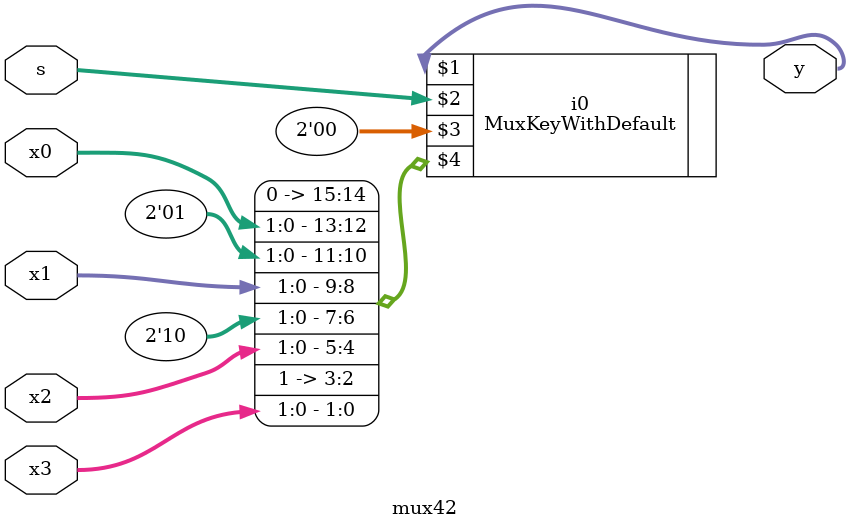
<source format=v>
module mux42(x0, x1, x2, x3, s, y);
	input [1:0] x0;
	input [1:0] x1;
	input [1:0] x2;
	input [1:0] x3;
	input [1:0] s;
	output[1:0] y;
  MuxKeyWithDefault #(4, 2, 2) i0(y, s, 2'b0, {
    2'b00, x0,
    2'b01, x1,
    2'b10, x2,
    2'b11, x3
  });
endmodule

</source>
